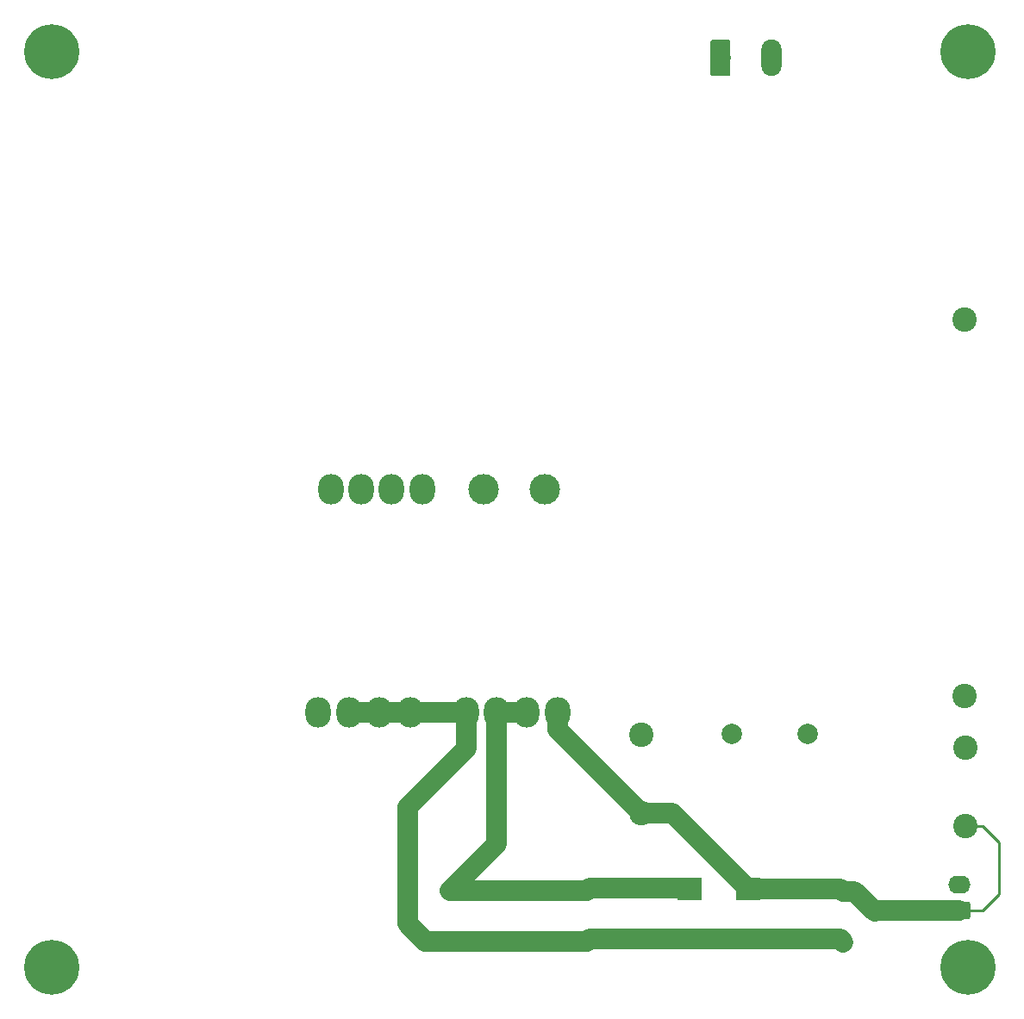
<source format=gbr>
G04 #@! TF.GenerationSoftware,KiCad,Pcbnew,(5.1.0-1152-gc9ccd8a64)*
G04 #@! TF.CreationDate,2019-08-01T10:24:24-04:00*
G04 #@! TF.ProjectId,UPS,5550532e-6b69-4636-9164-5f7063625858,rev?*
G04 #@! TF.SameCoordinates,Original*
G04 #@! TF.FileFunction,Copper,L1,Top*
G04 #@! TF.FilePolarity,Positive*
%FSLAX46Y46*%
G04 Gerber Fmt 4.6, Leading zero omitted, Abs format (unit mm)*
G04 Created by KiCad (PCBNEW (5.1.0-1152-gc9ccd8a64)) date 2019-08-01 10:24:24*
%MOMM*%
%LPD*%
G04 APERTURE LIST*
%ADD10O,2.000000X3.600000*%
%ADD11C,0.100000*%
%ADD12C,2.000000*%
%ADD13C,2.400000*%
%ADD14C,1.600000*%
%ADD15O,2.200000X1.740000*%
%ADD16C,1.740000*%
%ADD17O,2.500000X3.000000*%
%ADD18C,3.000000*%
%ADD19R,2.400000X2.200000*%
%ADD20C,0.800000*%
%ADD21C,5.400000*%
%ADD22C,0.250000*%
%ADD23C,2.000000*%
G04 APERTURE END LIST*
D10*
X75650000Y-5600000D03*
D11*
G36*
X71495671Y-3819030D02*
G01*
X71576777Y-3873223D01*
X71630970Y-3954329D01*
X71650000Y-4050000D01*
X71650000Y-7150000D01*
X71630970Y-7245671D01*
X71576777Y-7326777D01*
X71495671Y-7380970D01*
X71400000Y-7400000D01*
X69900000Y-7400000D01*
X69804329Y-7380970D01*
X69723223Y-7326777D01*
X69669030Y-7245671D01*
X69650000Y-7150000D01*
X69650000Y-4050000D01*
X69669030Y-3954329D01*
X69723223Y-3873223D01*
X69804329Y-3819030D01*
X69900000Y-3800000D01*
X71400000Y-3800000D01*
X71495671Y-3819030D01*
X71495671Y-3819030D01*
G37*
D12*
X70650000Y-5600000D03*
X71773400Y-72085200D03*
X79273400Y-72085200D03*
D13*
X94640400Y-68351400D03*
X94640400Y-31351400D03*
X94767400Y-73403000D03*
X94767400Y-81153000D03*
X62890400Y-72133000D03*
X62890400Y-79883000D03*
D14*
X57785000Y-92249000D03*
X57785000Y-87249000D03*
X82702400Y-92528400D03*
X82702400Y-87528400D03*
X44094400Y-92452200D03*
X44094400Y-87452200D03*
D15*
X94100000Y-86860000D03*
D11*
G36*
X95045671Y-88549030D02*
G01*
X95126777Y-88603223D01*
X95180970Y-88684329D01*
X95200000Y-88779999D01*
X95200000Y-90020001D01*
X95180970Y-90115671D01*
X95126777Y-90196777D01*
X95045671Y-90250970D01*
X94950001Y-90270000D01*
X93249999Y-90270000D01*
X93154329Y-90250970D01*
X93073223Y-90196777D01*
X93019030Y-90115671D01*
X93000000Y-90020001D01*
X93000000Y-88779999D01*
X93019030Y-88684329D01*
X93073223Y-88603223D01*
X93154329Y-88549030D01*
X93249999Y-88530000D01*
X94950001Y-88530000D01*
X95045671Y-88549030D01*
X95045671Y-88549030D01*
G37*
D16*
X94100000Y-89400000D03*
D17*
X54676000Y-69978800D03*
X34176000Y-69978800D03*
X37176000Y-69978800D03*
X40176000Y-69978800D03*
X45676000Y-69978800D03*
X48676000Y-69978800D03*
X31176000Y-69978800D03*
X35376000Y-47978800D03*
X38376000Y-47978800D03*
X32376000Y-47978800D03*
X41376000Y-47978800D03*
D18*
X47376000Y-47978800D03*
X53376000Y-47978800D03*
D17*
X51676000Y-69978800D03*
D19*
X67660400Y-87299800D03*
X73360400Y-87299800D03*
D20*
X6431891Y-3568109D03*
X5000000Y-2975000D03*
X3568109Y-3568109D03*
X2975000Y-5000000D03*
X3568109Y-6431891D03*
X5000000Y-7025000D03*
X6431891Y-6431891D03*
X7025000Y-5000000D03*
D21*
X5000000Y-5000000D03*
X5000000Y-95000000D03*
D20*
X7025000Y-95000000D03*
X6431891Y-96431891D03*
X5000000Y-97025000D03*
X3568109Y-96431891D03*
X2975000Y-95000000D03*
X3568109Y-93568109D03*
X5000000Y-92975000D03*
X6431891Y-93568109D03*
X96431891Y-3568109D03*
X95000000Y-2975000D03*
X93568109Y-3568109D03*
X92975000Y-5000000D03*
X93568109Y-6431891D03*
X95000000Y-7025000D03*
X96431891Y-6431891D03*
X97025000Y-5000000D03*
D21*
X95000000Y-5000000D03*
X95000000Y-95000000D03*
D20*
X97025000Y-95000000D03*
X96431891Y-96431891D03*
X95000000Y-97025000D03*
X93568109Y-96431891D03*
X92975000Y-95000000D03*
X93568109Y-93568109D03*
X95000000Y-92975000D03*
X96431891Y-93568109D03*
D22*
X94640400Y-81280000D02*
X94767400Y-81153000D01*
D23*
X48676000Y-69978800D02*
X51676000Y-69978800D01*
X40176000Y-69978800D02*
X45676000Y-69978800D01*
X37176000Y-69978800D02*
X40176000Y-69978800D01*
X34176000Y-69978800D02*
X37176000Y-69978800D01*
X62890400Y-79883000D02*
X65943600Y-79883000D01*
X65943600Y-79883000D02*
X73360400Y-87299800D01*
X54676000Y-69978800D02*
X54676000Y-71668600D01*
X54676000Y-71668600D02*
X62890400Y-79883000D01*
X48676000Y-69978800D02*
X48676000Y-82870600D01*
X48676000Y-82870600D02*
X44094400Y-87452200D01*
X44094400Y-87452200D02*
X57581800Y-87452200D01*
X57581800Y-87452200D02*
X57785000Y-87249000D01*
X39928800Y-90703400D02*
X41677600Y-92452200D01*
X41677600Y-92452200D02*
X44094400Y-92452200D01*
X39928800Y-79226000D02*
X39928800Y-90703400D01*
X45676000Y-69978800D02*
X45676000Y-73478800D01*
X45676000Y-73478800D02*
X39928800Y-79226000D01*
X57785000Y-92249000D02*
X82423000Y-92249000D01*
X82423000Y-92249000D02*
X82702400Y-92528400D01*
X44094400Y-92452200D02*
X57581800Y-92452200D01*
X57581800Y-92452200D02*
X57785000Y-92249000D01*
X73360400Y-87299800D02*
X82473800Y-87299800D01*
X82473800Y-87299800D02*
X82702400Y-87528400D01*
X57785000Y-87249000D02*
X67609600Y-87249000D01*
X67609600Y-87249000D02*
X67660400Y-87299800D01*
X83833770Y-87528400D02*
X85814970Y-89509600D01*
X82702400Y-87528400D02*
X83833770Y-87528400D01*
X85924570Y-89400000D02*
X94100000Y-89400000D01*
X85814970Y-89509600D02*
X85924570Y-89400000D01*
D22*
X96451800Y-89400000D02*
X94100000Y-89400000D01*
X98018600Y-87833200D02*
X96451800Y-89400000D01*
X98018600Y-82707144D02*
X98018600Y-87833200D01*
X94767400Y-81153000D02*
X96464456Y-81153000D01*
X96464456Y-81153000D02*
X98018600Y-82707144D01*
M02*

</source>
